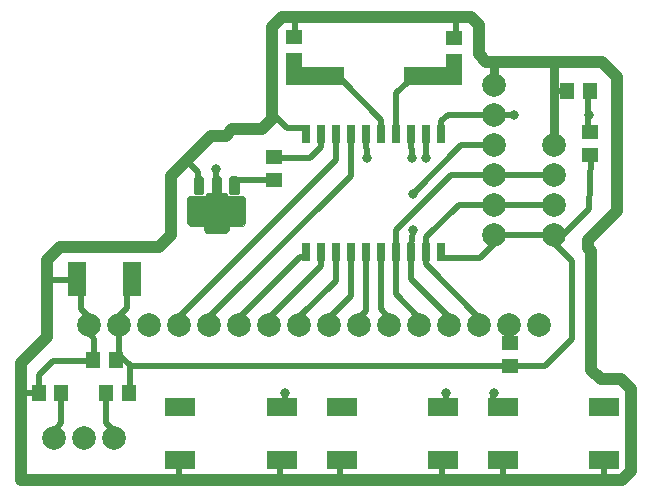
<source format=gbr>
%FSLAX34Y34*%
%MOMM*%
%LNCOPPER_TOP*%
G71*
G01*
%ADD10C, 2.000*%
%ADD11R, 0.670X1.600*%
%ADD12C, 0.500*%
%ADD13C, 0.800*%
%ADD14R, 1.400X1.300*%
%ADD15R, 1.600X3.000*%
%ADD16R, 1.300X1.400*%
%ADD17R, 5.000X1.500*%
%ADD18R, 2.500X1.500*%
%ADD19C, 0.000*%
%ADD20R, 0.500X0.500*%
%ADD21C, 1.000*%
%ADD22C, 0.800*%
%LPD*%
X73422Y735806D02*
G54D10*
D03*
X98822Y735806D02*
G54D10*
D03*
X124222Y735806D02*
G54D10*
D03*
X149622Y735806D02*
G54D10*
D03*
X175022Y735806D02*
G54D10*
D03*
X200422Y735806D02*
G54D10*
D03*
X225822Y735806D02*
G54D10*
D03*
X251222Y735806D02*
G54D10*
D03*
X276622Y735806D02*
G54D10*
D03*
X302022Y735806D02*
G54D10*
D03*
X327422Y735806D02*
G54D10*
D03*
X352822Y735806D02*
G54D10*
D03*
X378222Y735806D02*
G54D10*
D03*
X403622Y735806D02*
G54D10*
D03*
X429022Y735806D02*
G54D10*
D03*
X454422Y735806D02*
G54D10*
D03*
X371249Y897767D02*
G54D11*
D03*
X358549Y897767D02*
G54D11*
D03*
X345849Y897767D02*
G54D11*
D03*
X333149Y897767D02*
G54D11*
D03*
X320449Y897767D02*
G54D11*
D03*
X307749Y897767D02*
G54D11*
D03*
X295049Y897767D02*
G54D11*
D03*
X282349Y897767D02*
G54D11*
D03*
X269649Y897767D02*
G54D11*
D03*
X256949Y897767D02*
G54D11*
D03*
X256949Y797767D02*
G54D11*
D03*
X269649Y797767D02*
G54D11*
D03*
X282349Y797767D02*
G54D11*
D03*
X295049Y797767D02*
G54D11*
D03*
X307749Y797767D02*
G54D11*
D03*
X320449Y797767D02*
G54D11*
D03*
X333149Y797767D02*
G54D11*
D03*
X345849Y797767D02*
G54D11*
D03*
X358549Y797767D02*
G54D11*
D03*
X371249Y797767D02*
G54D11*
D03*
X416322Y939006D02*
G54D10*
D03*
X416322Y913606D02*
G54D10*
D03*
X416322Y888206D02*
G54D10*
D03*
X416322Y862806D02*
G54D10*
D03*
X416322Y837406D02*
G54D10*
D03*
X416322Y812006D02*
G54D10*
D03*
G54D12*
X269875Y792559D02*
X269875Y786209D01*
X225822Y742156D01*
G54D12*
X282178Y793353D02*
X282178Y773509D01*
X251222Y742553D01*
G54D12*
X294878Y792559D02*
X294878Y760412D01*
X276622Y742156D01*
G54D12*
X307578Y793353D02*
X307578Y747712D01*
X302022Y742156D01*
G54D12*
X320278Y792956D02*
X320278Y749300D01*
X327422Y742156D01*
G54D12*
X332978Y792956D02*
X332978Y762000D01*
X352822Y742156D01*
G54D12*
X345678Y793353D02*
X345678Y775097D01*
X378222Y742553D01*
G54D12*
X358378Y792956D02*
X358378Y787400D01*
X403622Y742156D01*
G54D12*
X371078Y792956D02*
X404416Y792956D01*
X416719Y805259D01*
G54D12*
X358378Y802878D02*
X358378Y810022D01*
X386159Y837803D01*
X409575Y837803D01*
X347266Y815975D02*
G54D13*
D03*
G54D12*
X332978Y802878D02*
X332978Y815975D01*
X379809Y862806D01*
X409575Y862806D01*
X347266Y846534D02*
G54D13*
D03*
G54D12*
X348059Y847328D02*
X387747Y888206D01*
X409575Y888206D01*
G54D12*
X347266Y815578D02*
X346075Y802481D01*
G54D12*
X371475Y903288D02*
X371475Y908447D01*
X376634Y913606D01*
X409972Y913606D01*
X467122Y888206D02*
G54D10*
D03*
X467122Y862806D02*
G54D10*
D03*
X467122Y837406D02*
G54D10*
D03*
X467122Y812006D02*
G54D10*
D03*
G54D12*
X422672Y862806D02*
X460772Y862806D01*
G54D12*
X422672Y837406D02*
X460772Y837406D01*
G54D12*
X422672Y812006D02*
X460772Y812006D01*
G54D12*
X256778Y793353D02*
X252016Y793353D01*
X200422Y741759D01*
G54D12*
X294878Y893366D02*
X294878Y862409D01*
X175022Y742553D01*
G54D12*
X282575Y893366D02*
X282575Y875506D01*
X149622Y742553D01*
X429394Y720303D02*
G54D14*
D03*
X429394Y701303D02*
G54D14*
D03*
G54D12*
X429419Y729059D02*
X429419Y721916D01*
G54D12*
X98822Y728662D02*
X98822Y710803D01*
X108347Y701278D01*
X429816Y701278D01*
X459184Y701278D01*
X482203Y724297D01*
X482203Y789781D01*
X467122Y804862D01*
X63103Y775097D02*
G54D15*
D03*
X109203Y775097D02*
G54D15*
D03*
X76597Y706041D02*
G54D16*
D03*
X95597Y706041D02*
G54D16*
D03*
G54D12*
X77391Y705644D02*
X77391Y724297D01*
X73819Y727869D01*
G54D12*
X95250Y704850D02*
X99616Y704850D01*
X101997Y707231D01*
G54D12*
X65881Y764778D02*
X65881Y749697D01*
X73819Y741759D01*
G54D12*
X105569Y764778D02*
X105569Y750491D01*
X98822Y743744D01*
X264319Y946944D02*
G54D17*
D03*
X364331Y946944D02*
G54D17*
D03*
X382166Y978668D02*
G54D14*
D03*
X382166Y959668D02*
G54D14*
D03*
X246831Y979462D02*
G54D14*
D03*
X246831Y960462D02*
G54D14*
D03*
G54D12*
X247650Y957659D02*
X247650Y946547D01*
G54D12*
X383381Y957659D02*
X383381Y944562D01*
X383778Y944166D01*
G54D12*
X333375Y903288D02*
X333375Y931862D01*
X343297Y941784D01*
G54D12*
X320675Y902891D02*
X320675Y909638D01*
X286941Y943372D01*
X150416Y666353D02*
G54D18*
D03*
X150416Y621903D02*
G54D18*
D03*
X236141Y666353D02*
G54D18*
D03*
X236141Y621903D02*
G54D18*
D03*
X286941Y666353D02*
G54D18*
D03*
X286941Y621903D02*
G54D18*
D03*
X372666Y666353D02*
G54D18*
D03*
X372666Y621903D02*
G54D18*
D03*
X423466Y666353D02*
G54D18*
D03*
X423466Y621903D02*
G54D18*
D03*
X509191Y666353D02*
G54D18*
D03*
X509191Y621903D02*
G54D18*
D03*
X94059Y640556D02*
G54D10*
D03*
X68659Y640556D02*
G54D10*
D03*
X43259Y640556D02*
G54D10*
D03*
X30559Y678259D02*
G54D16*
D03*
X49559Y678259D02*
G54D16*
D03*
X87709Y678259D02*
G54D16*
D03*
X106709Y678259D02*
G54D16*
D03*
G54D12*
X49609Y675084D02*
X49609Y652859D01*
X43259Y646509D01*
G54D12*
X87709Y677466D02*
X87709Y652859D01*
X94059Y646509D01*
G54D12*
X30559Y679053D02*
X30559Y693341D01*
X42466Y705247D01*
X75009Y705247D01*
X75803Y706041D01*
G54D12*
X107553Y678259D02*
X107553Y702072D01*
X358775Y877491D02*
G54D13*
D03*
X346472Y877491D02*
G54D13*
D03*
X308372Y877491D02*
G54D13*
D03*
X238919Y678259D02*
G54D13*
D03*
X375444Y678259D02*
G54D13*
D03*
X415925Y678259D02*
G54D13*
D03*
G54D12*
X239316Y678259D02*
X239316Y668734D01*
G54D12*
X375047Y678259D02*
X375047Y668734D01*
G54D12*
X415528Y677466D02*
X415528Y668734D01*
G54D12*
X308372Y877491D02*
X307975Y893366D01*
G54D12*
X346472Y877491D02*
X346075Y893366D01*
G54D12*
X358775Y877491D02*
X358775Y893366D01*
G36*
X199790Y847988D02*
X198790Y846988D01*
X192790Y846988D01*
X191790Y847988D01*
X191790Y859988D01*
X193790Y861988D01*
X197790Y861988D01*
X199790Y859988D01*
X199790Y847988D01*
G37*
G54D19*
X199790Y847988D02*
X198790Y846988D01*
X192790Y846988D01*
X191790Y847988D01*
X191790Y859988D01*
X193790Y861988D01*
X197790Y861988D01*
X199790Y859988D01*
X199790Y847988D01*
G36*
X184790Y847988D02*
X183790Y846988D01*
X177790Y846988D01*
X176790Y847988D01*
X176790Y859988D01*
X178790Y861988D01*
X182790Y861988D01*
X184790Y859988D01*
X184790Y847988D01*
G37*
G54D19*
X184790Y847988D02*
X183790Y846988D01*
X177790Y846988D01*
X176790Y847988D01*
X176790Y859988D01*
X178790Y861988D01*
X182790Y861988D01*
X184790Y859988D01*
X184790Y847988D01*
G36*
X169790Y847988D02*
X168790Y846988D01*
X162790Y846988D01*
X161790Y847988D01*
X161790Y859988D01*
X163790Y861988D01*
X167790Y861988D01*
X169790Y859988D01*
X169790Y847988D01*
G37*
G54D19*
X169790Y847988D02*
X168790Y846988D01*
X162790Y846988D01*
X161790Y847988D01*
X161790Y859988D01*
X163790Y861988D01*
X167790Y861988D01*
X169790Y859988D01*
X169790Y847988D01*
G36*
X191290Y815988D02*
X189290Y813988D01*
X172290Y813988D01*
X170290Y815988D01*
X170290Y824488D01*
X171790Y825988D01*
X171790Y846988D01*
X172790Y847988D01*
X188790Y847988D01*
X189790Y846988D01*
X189790Y825988D01*
X191290Y824488D01*
X191290Y815988D01*
G37*
G54D19*
X191290Y815988D02*
X189290Y813988D01*
X172290Y813988D01*
X170290Y815988D01*
X170290Y824488D01*
X171790Y825988D01*
X171790Y846988D01*
X172790Y847988D01*
X188790Y847988D01*
X189790Y846988D01*
X189790Y825988D01*
X191290Y824488D01*
X191290Y815988D01*
G36*
X205290Y821988D02*
X203290Y819988D01*
X158290Y819988D01*
X156290Y821988D01*
X156290Y843488D01*
X157790Y844988D01*
X203790Y844988D01*
X205290Y843488D01*
X205290Y821988D01*
G37*
G54D19*
X205290Y821988D02*
X203290Y819988D01*
X158290Y819988D01*
X156290Y821988D01*
X156290Y843488D01*
X157790Y844988D01*
X203790Y844988D01*
X205290Y843488D01*
X205290Y821988D01*
X180821Y818463D02*
G54D20*
D03*
X229766Y877862D02*
G54D14*
D03*
X229766Y858862D02*
G54D14*
D03*
G54D12*
X269478Y892969D02*
X269478Y886619D01*
X260350Y877491D01*
X230584Y877491D01*
G54D12*
X229791Y858441D02*
X195659Y858441D01*
X180975Y867966D02*
G54D13*
D03*
G54D12*
X180975Y867966D02*
X180975Y858838D01*
X496838Y933847D02*
G54D16*
D03*
X477838Y933847D02*
G54D16*
D03*
X497260Y879896D02*
G54D14*
D03*
X497260Y898896D02*
G54D14*
D03*
G54D12*
X497681Y877888D02*
X496491Y834231D01*
X473472Y811212D01*
X432991Y913606D02*
G54D13*
D03*
X496094Y914003D02*
G54D13*
D03*
G54D12*
X422672Y913606D02*
X433388Y913606D01*
G54D12*
X495697Y931862D02*
X495697Y898128D01*
G54D21*
X15875Y607219D02*
X15875Y704056D01*
X37306Y725488D01*
X37306Y790972D01*
X48419Y802084D01*
X132556Y802084D01*
X142478Y812006D01*
X142478Y862409D01*
X176212Y896144D01*
X188912Y896144D01*
X194469Y901700D01*
X219472Y901700D01*
X227806Y910034D01*
X227806Y988219D01*
X236141Y996553D01*
X396478Y996553D01*
X403225Y989806D01*
X403225Y965200D01*
X409575Y958850D01*
X507206Y958850D01*
X519906Y946150D01*
X519906Y832644D01*
X495300Y808038D01*
X495300Y801291D01*
X498475Y798116D01*
X498475Y697706D01*
X506412Y689769D01*
X523875Y689769D01*
X532209Y681434D01*
X532209Y612378D01*
X524272Y604441D01*
X15875Y604441D01*
G54D12*
X27781Y677862D02*
X16669Y677862D01*
X16272Y677466D01*
G54D12*
X59134Y773906D02*
X38100Y773906D01*
X37703Y773509D01*
G54D12*
X149225Y621506D02*
X149225Y604044D01*
G54D12*
X234950Y620712D02*
X234950Y604441D01*
G54D12*
X285750Y620712D02*
X285750Y604044D01*
G54D12*
X372269Y621903D02*
X372269Y604044D01*
X373062Y603250D01*
G54D12*
X423862Y620316D02*
X423862Y605631D01*
X424259Y605234D01*
G54D12*
X509191Y620316D02*
X509191Y604838D01*
X509984Y604044D01*
G54D22*
X416322Y945356D02*
X416322Y959644D01*
G54D22*
X466725Y894556D02*
X466725Y958850D01*
X466328Y959247D01*
G54D12*
X467916Y934244D02*
X476250Y934244D01*
X476647Y934641D01*
G54D12*
X383381Y979884D02*
X383381Y994569D01*
G54D12*
X247253Y979488D02*
X247253Y994966D01*
X246856Y995362D01*
G54D12*
X165497Y856456D02*
X165100Y865584D01*
X156369Y874316D01*
G54D12*
X256778Y902494D02*
X240506Y902494D01*
X227806Y915194D01*
M02*

</source>
